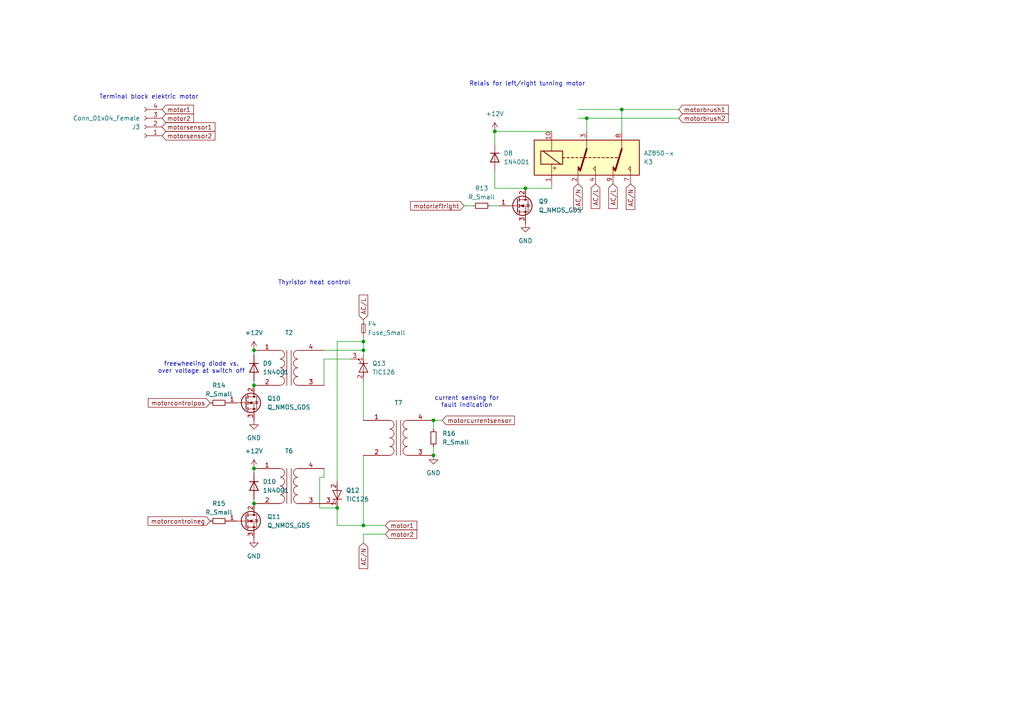
<source format=kicad_sch>
(kicad_sch (version 20231120) (generator "eeschema") (generator_version "8.0")
  (paper "A4")
  (lib_symbols
    (symbol "Connector:Conn_01x04_Female" (pin_names (offset 1.016) hide)
      (property "Reference" "J" (at 0 5.08 0))
      (property "Value" "Conn_01x04_Female" (at 0 -7.62 0))
      (symbol "Conn_01x04_Female_1_1"
        (arc (start 0 -4.572) (mid -0.5058 -5.08) (end 0 -5.588) (stroke (width 0.1524)))
        (arc (start 0 -2.032) (mid -0.5058 -2.54) (end 0 -3.048) (stroke (width 0.1524)))
        (polyline (pts (xy -1.27 -5.08) (xy -0.508 -5.08)) (stroke (width 0.1524)))
        (polyline (pts (xy -1.27 -2.54) (xy -0.508 -2.54)) (stroke (width 0.1524)))
        (polyline (pts (xy -1.27 0) (xy -0.508 0)) (stroke (width 0.1524)))
        (polyline (pts (xy -1.27 2.54) (xy -0.508 2.54)) (stroke (width 0.1524)))
        (arc (start 0 0.508) (mid -0.5058 0) (end 0 -0.508) (stroke (width 0.1524)))
        (arc (start 0 3.048) (mid -0.5058 2.54) (end 0 2.032) (stroke (width 0.1524)))
        (pin passive line (at -5.08 2.54 0) (length 3.81) (name "Pin_1") (number "1"))
        (pin passive line (at -5.08 0 0) (length 3.81) (name "Pin_2") (number "2"))
        (pin passive line (at -5.08 -2.54 0) (length 3.81) (name "Pin_3") (number "3"))
        (pin passive line (at -5.08 -5.08 0) (length 3.81) (name "Pin_4") (number "4"))
      )
    )
    (symbol "Device:Fuse_Small" (pin_numbers hide) (pin_names (offset 0.254) hide)
      (property "Reference" "F" (at 0 -1.524 0))
      (property "Value" "Fuse_Small" (at 0 1.524 0))
      (symbol "Fuse_Small_0_1"
        (rectangle (start -1.27 0.508) (end 1.27 -0.508))
        (polyline (pts (xy -1.27 0) (xy 1.27 0)))
      )
      (symbol "Fuse_Small_1_1"
        (pin passive line (at -2.54 0 0) (length 1.27) (name "~") (number "1"))
        (pin passive line (at 2.54 0 180) (length 1.27) (name "~") (number "2"))
      )
    )
    (symbol "Device:Q_NMOS_GDS" (pin_names (offset 0) hide)
      (property "Reference" "Q" (at 5.08 1.27 0))
      (property "Value" "Q_NMOS_GDS" (at 5.08 -1.27 0))
      (symbol "Q_NMOS_GDS_0_1"
        (polyline (pts (xy 0.254 0) (xy -2.54 0)))
        (polyline (pts (xy 0.254 1.905) (xy 0.254 -1.905)) (stroke (width 0.254)))
        (polyline (pts (xy 0.762 -1.27) (xy 0.762 -2.286)) (stroke (width 0.254)))
        (polyline (pts (xy 0.762 0.508) (xy 0.762 -0.508)) (stroke (width 0.254)))
        (polyline (pts (xy 0.762 2.286) (xy 0.762 1.27)) (stroke (width 0.254)))
        (polyline (pts (xy 2.54 2.54) (xy 2.54 1.778)))
        (polyline (pts (xy 2.54 -2.54) (xy 2.54 0) (xy 0.762 0)))
        (polyline (pts (xy 0.762 -1.778) (xy 3.302 -1.778) (xy 3.302 1.778) (xy 0.762 1.778)))
        (polyline (pts (xy 1.016 0) (xy 2.032 0.381) (xy 2.032 -0.381) (xy 1.016 0)) (fill (type outline)))
        (polyline (pts (xy 2.794 0.508) (xy 2.921 0.381) (xy 3.683 0.381) (xy 3.81 0.254)))
        (polyline (pts (xy 3.302 0.381) (xy 2.921 -0.254) (xy 3.683 -0.254) (xy 3.302 0.381)))
        (circle (center 1.651 0) (radius 2.794) (stroke (width 0.254)))
        (circle (center 2.54 -1.778) (radius 0.254) (fill (type outline)))
        (circle (center 2.54 1.778) (radius 0.254) (fill (type outline)))
      )
      (symbol "Q_NMOS_GDS_1_1"
        (pin input line (at -5.08 0 0) (length 2.54) (name "G") (number "1"))
        (pin passive line (at 2.54 5.08 270) (length 2.54) (name "D") (number "2"))
        (pin passive line (at 2.54 -5.08 90) (length 2.54) (name "S") (number "3"))
      )
    )
    (symbol "Device:R_Small" (pin_numbers hide) (pin_names (offset 0.254) hide)
      (property "Reference" "R" (at 0.762 0.508 0))
      (property "Value" "R_Small" (at 0.762 -1.016 0))
      (symbol "R_Small_0_1"
        (rectangle (start -0.762 1.778) (end 0.762 -1.778) (stroke (width 0.2032)))
      )
      (symbol "R_Small_1_1"
        (pin passive line (at 0 2.54 270) (length 0.762) (name "~") (number "1"))
        (pin passive line (at 0 -2.54 90) (length 0.762) (name "~") (number "2"))
      )
    )
    (symbol "Device:Transformer_1P_1S" (pin_names (offset 1.016) hide)
      (property "Reference" "T" (at 0 6.35 0))
      (property "Value" "Transformer_1P_1S" (at 0 -7.62 0))
      (symbol "Transformer_1P_1S_0_1"
        (arc (start -2.54 -5.0546) (mid -1.6599 -4.6901) (end -1.27 -3.81))
        (arc (start -2.54 -2.5146) (mid -1.6599 -2.1501) (end -1.27 -1.27))
        (arc (start -2.54 0.0254) (mid -1.6599 0.3899) (end -1.27 1.27))
        (arc (start -2.54 2.5654) (mid -1.6599 2.9299) (end -1.27 3.81))
        (arc (start -1.27 -3.81) (mid -1.642 -2.912) (end -2.54 -2.54))
        (arc (start -1.27 -1.27) (mid -1.642 -0.372) (end -2.54 0))
        (arc (start -1.27 1.27) (mid -1.642 2.168) (end -2.54 2.54))
        (arc (start -1.27 3.81) (mid -1.642 4.708) (end -2.54 5.08))
        (polyline (pts (xy -0.635 5.08) (xy -0.635 -5.08)))
        (polyline (pts (xy 0.635 -5.08) (xy 0.635 5.08)))
        (arc (start 1.2954 -1.27) (mid 1.6599 -2.1501) (end 2.54 -2.5146))
        (arc (start 1.2954 1.27) (mid 1.6599 0.3899) (end 2.54 0.0254))
        (arc (start 1.2954 3.81) (mid 1.6599 2.9299) (end 2.54 2.5654))
        (arc (start 1.3208 -3.81) (mid 1.6853 -4.6901) (end 2.5654 -5.0546))
        (arc (start 2.54 0) (mid 1.642 -0.372) (end 1.2954 -1.27))
        (arc (start 2.54 2.54) (mid 1.642 2.168) (end 1.2954 1.27))
        (arc (start 2.54 5.08) (mid 1.642 4.708) (end 1.2954 3.81))
        (arc (start 2.5654 -2.54) (mid 1.6674 -2.912) (end 1.3208 -3.81))
      )
      (symbol "Transformer_1P_1S_1_1"
        (pin passive line (at -10.16 5.08 0) (length 7.62) (name "AA") (number "1"))
        (pin passive line (at -10.16 -5.08 0) (length 7.62) (name "AB") (number "2"))
        (pin passive line (at 10.16 -5.08 180) (length 7.62) (name "SA") (number "3"))
        (pin passive line (at 10.16 5.08 180) (length 7.62) (name "SB") (number "4"))
      )
    )
    (symbol "Diode:1N4001" (pin_numbers hide) (pin_names (offset 1.016) hide)
      (property "Reference" "D" (at 0 2.54 0))
      (property "Value" "1N4001" (at 0 -2.54 0))
      (symbol "1N4001_0_1"
        (polyline (pts (xy -1.27 1.27) (xy -1.27 -1.27)) (stroke (width 0.254)))
        (polyline (pts (xy 1.27 0) (xy -1.27 0)))
        (polyline (pts (xy 1.27 1.27) (xy 1.27 -1.27) (xy -1.27 0) (xy 1.27 1.27)) (stroke (width 0.254)))
      )
      (symbol "1N4001_1_1"
        (pin passive line (at -3.81 0 0) (length 2.54) (name "K") (number "1"))
        (pin passive line (at 3.81 0 180) (length 2.54) (name "A") (number "2"))
      )
    )
    (symbol "Relay:AZ850-x"
      (property "Reference" "K" (at 16.51 3.81 0))
      (property "Value" "AZ850-x" (at 16.51 1.27 0))
      (symbol "AZ850-x_0_0"
        (text "+" (at -9.271 2.921 0) (effects (font (size 1.27 1.27))))
      )
      (symbol "AZ850-x_0_1"
        (rectangle (start -15.24 5.08) (end 15.24 -5.08) (stroke (width 0.254)) (fill (type background)))
        (rectangle (start -13.335 1.905) (end -6.985 -1.905) (stroke (width 0.254)))
        (polyline (pts (xy -12.7 -1.905) (xy -7.62 1.905)) (stroke (width 0.254)))
        (polyline (pts (xy -10.16 -5.08) (xy -10.16 -1.905)))
        (polyline (pts (xy -10.16 5.08) (xy -10.16 1.905)))
        (polyline (pts (xy -6.985 0) (xy -6.35 0)) (stroke (width 0.254)))
        (polyline (pts (xy -5.715 0) (xy -5.08 0)) (stroke (width 0.254)))
        (polyline (pts (xy -4.445 0) (xy -3.81 0)) (stroke (width 0.254)))
        (polyline (pts (xy -3.175 0) (xy -2.54 0)) (stroke (width 0.254)))
        (polyline (pts (xy -1.905 0) (xy -1.27 0)) (stroke (width 0.254)))
        (polyline (pts (xy -0.635 0) (xy 0 0)) (stroke (width 0.254)))
        (polyline (pts (xy 0 -2.54) (xy -1.905 3.81)) (stroke (width 0.508)))
        (polyline (pts (xy 0 -2.54) (xy 0 -5.08)))
        (polyline (pts (xy 0.635 0) (xy 1.27 0)) (stroke (width 0.254)))
        (polyline (pts (xy 1.905 0) (xy 2.54 0)) (stroke (width 0.254)))
        (polyline (pts (xy 3.175 0) (xy 3.81 0)) (stroke (width 0.254)))
        (polyline (pts (xy 4.445 0) (xy 5.08 0)) (stroke (width 0.254)))
        (polyline (pts (xy 5.715 0) (xy 6.35 0)) (stroke (width 0.254)))
        (polyline (pts (xy 6.985 0) (xy 7.62 0)) (stroke (width 0.254)))
        (polyline (pts (xy 8.255 0) (xy 8.89 0)) (stroke (width 0.254)))
        (polyline (pts (xy 10.16 -2.54) (xy 8.255 3.81)) (stroke (width 0.508)))
        (polyline (pts (xy 10.16 -2.54) (xy 10.16 -5.08)))
        (polyline (pts (xy -2.54 5.08) (xy -2.54 2.54) (xy -1.905 3.175) (xy -2.54 3.81)) (fill (type outline)))
        (polyline (pts (xy 2.54 5.08) (xy 2.54 2.54) (xy 1.905 3.175) (xy 2.54 3.81)))
        (polyline (pts (xy 7.62 5.08) (xy 7.62 2.54) (xy 8.255 3.175) (xy 7.62 3.81)) (fill (type outline)))
        (polyline (pts (xy 12.7 5.08) (xy 12.7 2.54) (xy 12.065 3.175) (xy 12.7 3.81)))
      )
      (symbol "AZ850-x_1_1"
        (pin passive line (at -10.16 7.62 270) (length 2.54) (name "~") (number "1"))
        (pin passive line (at -10.16 -7.62 90) (length 2.54) (name "~") (number "10"))
        (pin passive line (at -2.54 7.62 270) (length 2.54) (name "~") (number "2"))
        (pin passive line (at 0 -7.62 90) (length 2.54) (name "~") (number "3"))
        (pin passive line (at 2.54 7.62 270) (length 2.54) (name "~") (number "4"))
        (pin passive line (at 12.7 7.62 270) (length 2.54) (name "~") (number "7"))
        (pin passive line (at 10.16 -7.62 90) (length 2.54) (name "~") (number "8"))
        (pin passive line (at 7.62 7.62 270) (length 2.54) (name "~") (number "9"))
      )
    )
    (symbol "Triac_Thyristor:TIC126" (pin_names (offset 0) hide)
      (property "Reference" "Q" (at 2.54 1.905 0))
      (property "Value" "TIC126" (at 2.54 0 0))
      (symbol "TIC126_0_1"
        (polyline (pts (xy -1.27 -2.54) (xy -0.635 -1.27)))
        (polyline (pts (xy -1.27 -1.27) (xy 1.27 -1.27)) (stroke (width 0.2032)))
        (polyline (pts (xy 0 -2.54) (xy 0 2.54)))
        (polyline (pts (xy -1.27 1.27) (xy 1.27 1.27) (xy 0 -1.27) (xy -1.27 1.27)) (stroke (width 0.2032)))
      )
      (symbol "TIC126_1_1"
        (pin passive line (at 0 -3.81 90) (length 2.54) (name "K") (number "1"))
        (pin passive line (at 0 3.81 270) (length 2.54) (name "A") (number "2"))
        (pin input line (at -3.81 -2.54 0) (length 2.54) (name "G") (number "3"))
      )
    )
    (symbol "power:+12V" (power) (pin_names (offset 0))
      (property "Value" "+12V" (at 0 3.556 0))
      (symbol "+12V_0_1"
        (polyline (pts (xy -0.762 1.27) (xy 0 2.54)))
        (polyline (pts (xy 0 0) (xy 0 2.54)))
        (polyline (pts (xy 0 2.54) (xy 0.762 1.27)))
      )
      (symbol "+12V_1_1"
        (pin power_in line (at 0 0 90) (length 0) hide (name "+12V") (number "1"))
      )
    )
    (symbol "power:+5V" (power) (pin_numbers hide) (pin_names (offset 0) hide)
      (property "Value" "+5V" (at 0 3.556 0))
      (symbol "+5V_0_1"
        (polyline (pts (xy -0.762 1.27) (xy 0 2.54)))
        (polyline (pts (xy 0 0) (xy 0 2.54)))
        (polyline (pts (xy 0 2.54) (xy 0.762 1.27)))
      )
      (symbol "+5V_1_1"
        (pin power_in line (at 0 0 90) (length 0) (name "~") (number "1"))
      )
    )
    (symbol "power:GND" (power) (pin_names (offset 0))
      (property "Value" "GND" (at 0 -3.81 0))
      (symbol "GND_0_1"
        (polyline (pts (xy 0 0) (xy 0 -1.27) (xy 1.27 -1.27) (xy 0 -2.54) (xy -1.27 -1.27) (xy 0 -1.27)))
      )
      (symbol "GND_1_1"
        (pin power_in line (at 0 0 270) (length 0) hide (name "GND") (number "1"))
      )
    )
  )
  (junction (at 125.73 132.08))
  (junction (at 73.66 146.05))
  (junction (at 170.18 34.29))
  (junction (at 143.51 38.1))
  (junction (at 125.73 121.92))
  (junction (at 105.41 101.6))
  (junction (at 105.41 152.4))
  (junction (at 152.4 54.61))
  (junction (at 73.66 135.89))
  (junction (at 180.34 31.75))
  (junction (at 73.66 101.6))
  (junction (at 73.66 111.76))
  (junction (at 105.41 99.06))
  (junction (at 97.79 147.32))
  (wire (pts (xy 134.62 59.69) (xy 137.16 59.69)))
  (wire (pts (xy 142.24 59.69) (xy 144.78 59.69)))
  (wire (pts (xy 143.51 38.1) (xy 160.02 38.1)))
  (wire (pts (xy 180.34 31.75) (xy 180.34 38.1)))
  (wire (pts (xy 92.71 147.32) (xy 97.79 147.32)))
  (wire (pts (xy 73.66 135.89) (xy 73.66 137.16)))
  (wire (pts (xy 125.73 121.92) (xy 128.27 121.92)))
  (wire (pts (xy 105.41 154.94) (xy 111.76 154.94)))
  (wire (pts (xy 105.41 99.06) (xy 97.79 99.06)))
  (wire (pts (xy 167.64 31.75) (xy 180.34 31.75)))
  (wire (pts (xy 93.98 104.14) (xy 93.98 111.76)))
  (wire (pts (xy 101.6 104.14) (xy 93.98 104.14)))
  (wire (pts (xy 160.02 53.34) (xy 160.02 54.61)))
  (wire (pts (xy 105.41 154.94) (xy 105.41 157.48)))
  (wire (pts (xy 93.98 135.89) (xy 93.98 138.43)))
  (wire (pts (xy 92.71 138.43) (xy 92.71 147.32)))
  (wire (pts (xy 73.66 110.49) (xy 73.66 111.76)))
  (wire (pts (xy 105.41 110.49) (xy 105.41 121.92)))
  (wire (pts (xy 97.79 147.32) (xy 97.79 152.4)))
  (wire (pts (xy 105.41 152.4) (xy 111.76 152.4)))
  (wire (pts (xy 97.79 99.06) (xy 97.79 139.7)))
  (wire (pts (xy 93.98 101.6) (xy 105.41 101.6)))
  (wire (pts (xy 167.64 34.29) (xy 170.18 34.29)))
  (wire (pts (xy 170.18 34.29) (xy 196.85 34.29)))
  (wire (pts (xy 125.73 129.54) (xy 125.73 132.08)))
  (wire (pts (xy 73.66 144.78) (xy 73.66 146.05)))
  (wire (pts (xy 170.18 34.29) (xy 170.18 38.1)))
  (wire (pts (xy 73.66 101.6) (xy 73.66 102.87)))
  (wire (pts (xy 143.51 38.1) (xy 143.51 41.91)))
  (wire (pts (xy 152.4 54.61) (xy 160.02 54.61)))
  (wire (pts (xy 105.41 132.08) (xy 105.41 152.4)))
  (wire (pts (xy 125.73 121.92) (xy 125.73 124.46)))
  (wire (pts (xy 105.41 99.06) (xy 105.41 101.6)))
  (wire (pts (xy 105.41 97.79) (xy 105.41 99.06)))
  (wire (pts (xy 105.41 101.6) (xy 105.41 102.87)))
  (wire (pts (xy 93.98 138.43) (xy 92.71 138.43)))
  (wire (pts (xy 97.79 152.4) (xy 105.41 152.4)))
  (wire (pts (xy 143.51 49.53) (xy 143.51 54.61)))
  (wire (pts (xy 143.51 54.61) (xy 152.4 54.61)))
  (wire (pts (xy 180.34 31.75) (xy 196.85 31.75)))
  (text "Relais for left/right turning motor" (at 152.908 24.384 0) (effects (font (size 1.27 1.27))))
  (text "freewheeling diode vs.\nover voltage at switch off" (at 58.42 106.68 0) (effects (font (size 1.27 1.27))))
  (text "Terminal block elektric motor\n " (at 43.18 29.21 0) (effects (font (size 1.27 1.27))))
  (text "current sensing for\nfault indication" (at 135.382 116.586 0) (effects (font (size 1.27 1.27))))
  (text "Thyristor heat control\n" (at 91.186 82.042 0) (effects (font (size 1.27 1.27))))
  (global_label "AC{slash}L" (shape input) (at 177.8 53.34 270) (property "Intersheetrefs" "${INTERSHEET_REFS}" (effects (hide yes))) (property "Referenzen zwischen Schaltplänen" "${INTERSHEET_REFS}" (effects (hide yes))))
  (global_label "motor2" (shape input) (at 111.76 154.94 0) (property "Intersheetrefs" "${INTERSHEET_REFS}" (effects (hide yes))) (property "Referenzen zwischen Schaltplänen" "${INTERSHEET_REFS}" (effects (hide yes))))
  (global_label "motor2" (shape input) (at 46.99 34.29 0) (property "Intersheetrefs" "${INTERSHEET_REFS}" (effects (hide yes))) (property "Referenzen zwischen Schaltplänen" "${INTERSHEET_REFS}" (effects (hide yes))))
  (global_label "motor1" (shape input) (at 111.76 152.4 0) (property "Intersheetrefs" "${INTERSHEET_REFS}" (effects (hide yes))) (property "Referenzen zwischen Schaltplänen" "${INTERSHEET_REFS}" (effects (hide yes))))
  (global_label "motor1" (shape input) (at 46.99 31.75 0) (property "Intersheetrefs" "${INTERSHEET_REFS}" (effects (hide yes))) (property "Referenzen zwischen Schaltplänen" "${INTERSHEET_REFS}" (effects (hide yes))))
  (global_label "AC{slash}N" (shape input) (at 105.41 157.48 270) (property "Intersheetrefs" "${INTERSHEET_REFS}" (effects (hide yes))) (property "Referenzen zwischen Schaltplänen" "${INTERSHEET_REFS}" (effects (hide yes))))
  (global_label "AC{slash}N" (shape input) (at 167.64 53.34 270) (property "Intersheetrefs" "${INTERSHEET_REFS}" (effects (hide yes))) (property "Referenzen zwischen Schaltplänen" "${INTERSHEET_REFS}" (effects (hide yes))))
  (global_label "motorleftright" (shape input) (at 134.62 59.69 180) (property "Intersheetrefs" "${INTERSHEET_REFS}" (effects (hide yes))) (property "Referenzen zwischen Schaltplänen" "${INTERSHEET_REFS}" (effects (hide yes))))
  (global_label "motorsensor1" (shape input) (at 46.99 36.83 0) (property "Intersheetrefs" "${INTERSHEET_REFS}" (effects (hide yes))) (property "Referenzen zwischen Schaltplänen" "${INTERSHEET_REFS}" (effects (hide yes))))
  (global_label "motorsensor2" (shape input) (at 46.99 39.37 0) (property "Intersheetrefs" "${INTERSHEET_REFS}" (effects (hide yes))) (property "Referenzen zwischen Schaltplänen" "${INTERSHEET_REFS}" (effects (hide yes))))
  (global_label "motorcontrolpos" (shape input) (at 60.96 116.84 180) (property "Intersheetrefs" "${INTERSHEET_REFS}" (effects (hide yes))))
  (global_label "motorcurrentsensor" (shape input) (at 128.27 121.92 0) (property "Intersheetrefs" "${INTERSHEET_REFS}" (effects (hide yes))))
  (global_label "motorbrush1" (shape input) (at 196.85 31.75 0) (property "Intersheetrefs" "${INTERSHEET_REFS}" (effects (hide yes))) (property "Referenzen zwischen Schaltplänen" "${INTERSHEET_REFS}" (effects (hide yes))))
  (global_label "AC{slash}L" (shape input) (at 172.72 53.34 270) (property "Intersheetrefs" "${INTERSHEET_REFS}" (effects (hide yes))) (property "Referenzen zwischen Schaltplänen" "${INTERSHEET_REFS}" (effects (hide yes))))
  (global_label "motorbrush2" (shape input) (at 196.85 34.29 0) (property "Intersheetrefs" "${INTERSHEET_REFS}" (effects (hide yes))) (property "Referenzen zwischen Schaltplänen" "${INTERSHEET_REFS}" (effects (hide yes))))
  (global_label "AC{slash}L" (shape input) (at 105.41 92.71 90) (property "Intersheetrefs" "${INTERSHEET_REFS}" (effects (hide yes))) (property "Referenzen zwischen Schaltplänen" "${INTERSHEET_REFS}" (effects (hide yes))))
  (global_label "motorcontrolneg" (shape input) (at 60.96 151.13 180) (property "Intersheetrefs" "${INTERSHEET_REFS}" (effects (hide yes))))
  (global_label "AC{slash}N" (shape input) (at 182.88 53.34 270) (property "Intersheetrefs" "${INTERSHEET_REFS}" (effects (hide yes))) (property "Referenzen zwischen Schaltplänen" "${INTERSHEET_REFS}" (effects (hide yes))))
  (symbol (lib_id "Relay:AZ850-x") (at 170.18 45.72 0) (mirror x) (unit 1)
    (property "Reference" "K3" (at 186.69 46.9901 0) (effects (justify left)))
    (property "Value" "AZ850-x" (at 186.69 44.4501 0) (effects (justify left)))
    (property "Footprint" "Relay_THT:Relay_SPDT_Finder_40.11" (effects (hide yes)))
    (property "Datasheet" "http://www.azettler.com/pdfs/az850.pdf" (effects (hide yes)))
  )
  (symbol (lib_id "power:+5V") (at 73.66 101.6 0) (unit 1)
    (property "Reference" "#PWR020" (effects (hide yes)))
    (property "Value" "+12V" (at 73.66 96.52 0))
    (property "Description" "Power symbol creates a global label with name \"+5V\"" (effects (hide yes)))
  )
  (symbol (lib_id "power:+12V") (at 143.51 38.1 0) (unit 1)
    (property "Reference" "#PWR07" (effects (hide yes)))
    (property "Value" "+12V" (at 143.51 33.02 0))
    (property "Description" "Power symbol creates a global label with name \"+12V\"" (effects (hide yes)))
  )
  (symbol (lib_id "Triac_Thyristor:TIC126") (at 97.79 143.51 0) (unit 1)
    (property "Reference" "Q12" (at 100.33 142.2399 0) (effects (justify left)))
    (property "Value" "TIC126" (at 100.33 144.7799 0) (effects (justify left)))
    (property "Footprint" "Package_TO_SOT_THT:TO-220-3_Vertical" (effects (hide yes)))
    (property "Datasheet" "https://cdn-reichelt.de/documents/datenblatt/A400/TIC126.pdf" (effects (hide yes)))
    (property "Description" "12A Ion, 400-800V Voff, Silicon Controlled Rectifier (Thyristor), TO-220" (effects (hide yes)))
  )
  (symbol (lib_id "Device:Fuse_Small") (at 105.41 95.25 90) (unit 1)
    (property "Reference" "F4" (at 106.68 93.9799 90) (effects (justify right)))
    (property "Value" "Fuse_Small" (at 106.68 96.5199 90) (effects (justify right)))
    (property "Description" "Fuse, small symbol" (effects (hide yes)))
  )
  (symbol (lib_id "Diode:1N4001") (at 73.66 140.97 270) (unit 1)
    (property "Reference" "D10" (at 76.2 139.6999 90) (effects (justify left)))
    (property "Value" "1N4001" (at 76.2 142.2399 90) (effects (justify left)))
    (property "Footprint" "Diode_THT:D_DO-41_SOD81_P10.16mm_Horizontal" (effects (hide yes)))
    (property "Datasheet" "http://www.vishay.com/docs/88503/1n4001.pdf" (effects (hide yes)))
  )
  (symbol (lib_id "Diode:1N4001") (at 73.66 106.68 270) (unit 1)
    (property "Reference" "D9" (at 76.2 105.4099 90) (effects (justify left)))
    (property "Value" "1N4001" (at 76.2 107.9499 90) (effects (justify left)))
    (property "Footprint" "Diode_THT:D_DO-41_SOD81_P10.16mm_Horizontal" (effects (hide yes)))
    (property "Datasheet" "http://www.vishay.com/docs/88503/1n4001.pdf" (effects (hide yes)))
  )
  (symbol (lib_id "Device:R_Small") (at 125.73 127 180) (unit 1)
    (property "Reference" "R16" (at 128.27 125.7299 0) (effects (justify right)))
    (property "Value" "R_Small" (at 128.27 128.2699 0) (effects (justify right)))
    (property "Footprint" "Resistor_SMD:R_0805_2012Metric_Pad1.20x1.40mm_HandSolder" (effects (hide yes)))
    (property "Description" "Resistor, small symbol" (effects (hide yes)))
  )
  (symbol (lib_id "Device:Transformer_1P_1S") (at 115.57 127 0) (unit 1)
    (property "Reference" "T7" (at 115.5827 116.84 0))
    (property "Value" "Transformer_1P_1S" (effects (hide yes)))
    (property "Description" "Transformer, single primary, single secondary" (effects (hide yes)))
  )
  (symbol (lib_id "power:GND") (at 125.73 132.08 0) (unit 1)
    (property "Reference" "#PWR024" (effects (hide yes)))
    (property "Value" "GND" (at 125.73 137.16 0))
  )
  (symbol (lib_id "Triac_Thyristor:TIC126") (at 105.41 106.68 0) (mirror x) (unit 1)
    (property "Reference" "Q13" (at 107.95 105.4099 0) (effects (justify left)))
    (property "Value" "TIC126" (at 107.95 107.9499 0) (effects (justify left)))
    (property "Footprint" "Package_TO_SOT_THT:TO-220-3_Vertical" (effects (hide yes)))
    (property "Datasheet" "https://cdn-reichelt.de/documents/datenblatt/A400/TIC126.pdf" (effects (hide yes)))
    (property "Description" "12A Ion, 400-800V Voff, Silicon Controlled Rectifier (Thyristor), TO-220" (effects (hide yes)))
  )
  (symbol (lib_id "power:GND") (at 73.66 156.21 0) (unit 1)
    (property "Reference" "#PWR023" (effects (hide yes)))
    (property "Value" "GND" (at 73.66 161.29 0))
  )
  (symbol (lib_id "Device:Q_NMOS_GDS") (at 71.12 151.13 0) (unit 1)
    (property "Reference" "Q11" (at 77.47 149.8599 0) (effects (justify left)))
    (property "Value" "Q_NMOS_GDS" (at 77.47 152.3999 0) (effects (justify left)))
    (property "Description" "N-MOSFET transistor, gate/drain/source" (effects (hide yes)))
  )
  (symbol (lib_id "Device:R_Small") (at 63.5 116.84 90) (unit 1)
    (property "Reference" "R14" (at 63.5 111.76 90))
    (property "Value" "R_Small" (at 63.5 114.3 90))
    (property "Footprint" "Resistor_SMD:R_0805_2012Metric_Pad1.20x1.40mm_HandSolder" (effects (hide yes)))
    (property "Description" "Resistor, small symbol" (effects (hide yes)))
  )
  (symbol (lib_id "Device:R_Small") (at 139.7 59.69 90) (unit 1)
    (property "Reference" "R13" (at 139.7 54.61 90))
    (property "Value" "R_Small" (at 139.7 57.15 90))
    (property "Footprint" "Resistor_SMD:R_0805_2012Metric_Pad1.20x1.40mm_HandSolder" (effects (hide yes)))
    (property "Description" "Resistor, small symbol" (effects (hide yes)))
  )
  (symbol (lib_id "Device:R_Small") (at 63.5 151.13 90) (unit 1)
    (property "Reference" "R15" (at 63.5 146.05 90))
    (property "Value" "R_Small" (at 63.5 148.59 90))
    (property "Footprint" "Resistor_SMD:R_0805_2012Metric_Pad1.20x1.40mm_HandSolder" (effects (hide yes)))
    (property "Description" "Resistor, small symbol" (effects (hide yes)))
  )
  (symbol (lib_id "Device:Transformer_1P_1S") (at 83.82 106.68 0) (unit 1)
    (property "Reference" "T2" (at 83.8327 96.52 0))
    (property "Value" "Transformer_1P_1S" (effects (hide yes)))
    (property "Description" "Transformer, single primary, single secondary" (effects (hide yes)))
  )
  (symbol (lib_id "Diode:1N4001") (at 143.51 45.72 270) (unit 1)
    (property "Reference" "D8" (at 146.05 44.4499 90) (effects (justify left)))
    (property "Value" "1N4001" (at 146.05 46.9899 90) (effects (justify left)))
    (property "Footprint" "Diode_THT:D_DO-41_SOD81_P10.16mm_Horizontal" (effects (hide yes)))
    (property "Datasheet" "http://www.vishay.com/docs/88503/1n4001.pdf" (effects (hide yes)))
  )
  (symbol (lib_id "Device:Q_NMOS_GDS") (at 71.12 116.84 0) (unit 1)
    (property "Reference" "Q10" (at 77.47 115.5699 0) (effects (justify left)))
    (property "Value" "Q_NMOS_GDS" (at 77.47 118.1099 0) (effects (justify left)))
    (property "Description" "N-MOSFET transistor, gate/drain/source" (effects (hide yes)))
  )
  (symbol (lib_id "power:GND") (at 152.4 64.77 0) (unit 1)
    (property "Reference" "#PWR09" (effects (hide yes)))
    (property "Value" "GND" (at 152.4 69.85 0))
  )
  (symbol (lib_id "Device:Transformer_1P_1S") (at 83.82 140.97 0) (unit 1)
    (property "Reference" "T6" (at 83.8327 130.81 0))
    (property "Value" "Transformer_1P_1S" (effects (hide yes)))
    (property "Description" "Transformer, single primary, single secondary" (effects (hide yes)))
  )
  (symbol (lib_id "Device:Q_NMOS_GDS") (at 149.86 59.69 0) (unit 1)
    (property "Reference" "Q9" (at 156.21 58.4199 0) (effects (justify left)))
    (property "Value" "Q_NMOS_GDS" (at 156.21 60.9599 0) (effects (justify left)))
    (property "Description" "N-MOSFET transistor, gate/drain/source" (effects (hide yes)))
  )
  (symbol (lib_id "power:+5V") (at 73.66 135.89 0) (unit 1)
    (property "Reference" "#PWR022" (effects (hide yes)))
    (property "Value" "+12V" (at 73.66 130.81 0))
    (property "Description" "Power symbol creates a global label with name \"+5V\"" (effects (hide yes)))
  )
  (symbol (lib_id "Connector:Conn_01x04_Female") (at 41.91 36.83 180) (unit 1)
    (property "Reference" "J3" (at 40.64 36.8301 0) (effects (justify left)))
    (property "Value" "Conn_01x04_Female" (at 40.64 34.2901 0) (effects (justify left)))
    (property "Footprint" "TerminalBlock_Phoenix:TerminalBlock_Phoenix_MKDS-1,5-4-5.08_1x04_P5.08mm_Horizontal" (effects (hide yes)))
  )
  (symbol (lib_id "power:GND") (at 73.66 121.92 0) (unit 1)
    (property "Reference" "#PWR021" (effects (hide yes)))
    (property "Value" "GND" (at 73.66 127 0))
  )
)
</source>
